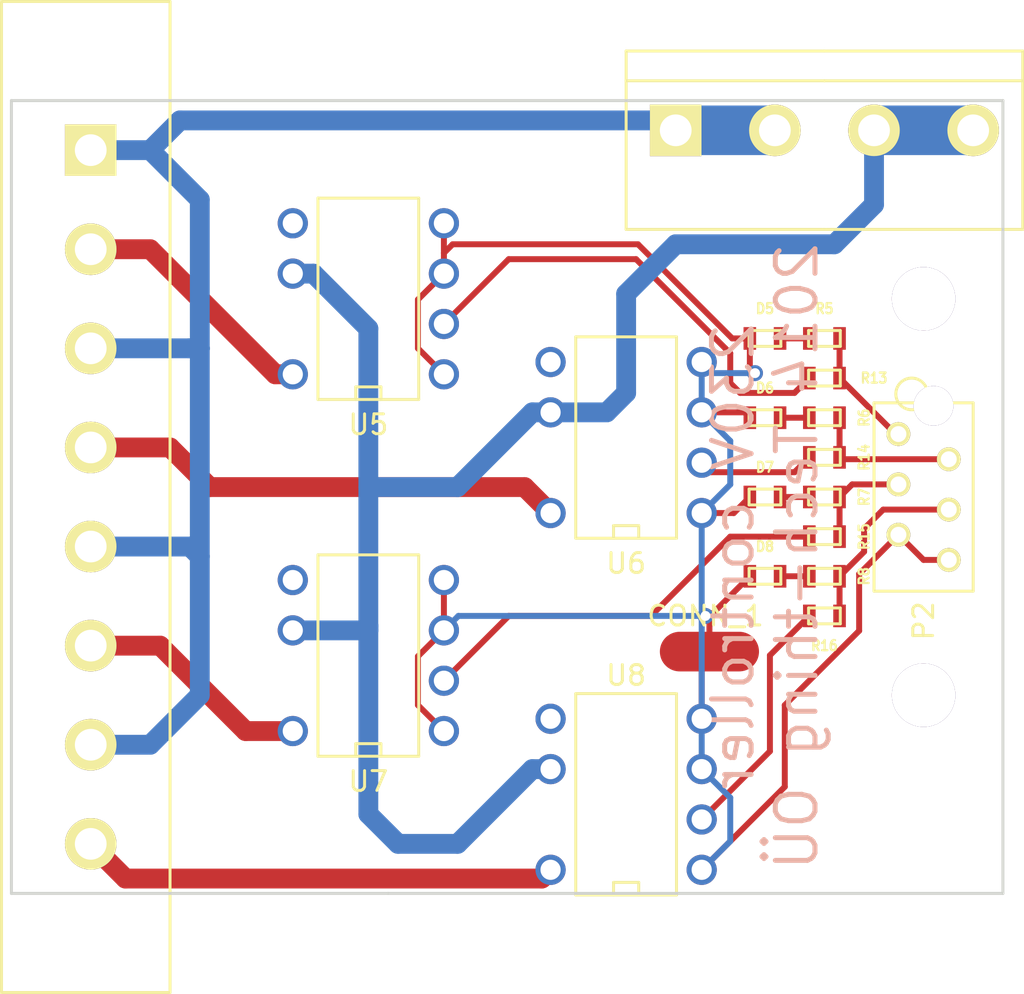
<source format=kicad_pcb>
(kicad_pcb (version 3) (host pcbnew "(2013-mar-13)-testing")

  (general
    (links 48)
    (no_connects 0)
    (area 92.124999 45.624999 146.934525 96.375001)
    (thickness 1.6)
    (drawings 6)
    (tracks 135)
    (zones 0)
    (modules 23)
    (nets 24)
  )

  (page A4)
  (layers
    (15 F.Cu signal)
    (0 B.Cu signal)
    (16 B.Adhes user)
    (17 F.Adhes user)
    (18 B.Paste user)
    (19 F.Paste user)
    (20 B.SilkS user)
    (21 F.SilkS user)
    (22 B.Mask user)
    (23 F.Mask user)
    (24 Dwgs.User user)
    (25 Cmts.User user)
    (26 Eco1.User user)
    (27 Eco2.User user)
    (28 Edge.Cuts user)
  )

  (setup
    (last_trace_width 0.3)
    (user_trace_width 1)
    (user_trace_width 2.5)
    (trace_clearance 0.3)
    (zone_clearance 0.508)
    (zone_45_only no)
    (trace_min 0.2)
    (segment_width 0.2)
    (edge_width 0.15)
    (via_size 0.8)
    (via_drill 0.5)
    (via_min_size 0.5)
    (via_min_drill 0.3)
    (uvia_size 0.508)
    (uvia_drill 0.127)
    (uvias_allowed no)
    (uvia_min_size 0.508)
    (uvia_min_drill 0.127)
    (pcb_text_width 0.3)
    (pcb_text_size 1 1)
    (mod_edge_width 0.15)
    (mod_text_size 1 1)
    (mod_text_width 0.15)
    (pad_size 2 2)
    (pad_drill 2)
    (pad_to_mask_clearance 0)
    (aux_axis_origin 93 91)
    (visible_elements 7FFFFF7F)
    (pcbplotparams
      (layerselection 284196865)
      (usegerberextensions true)
      (excludeedgelayer true)
      (linewidth 0.150000)
      (plotframeref false)
      (viasonmask false)
      (mode 1)
      (useauxorigin true)
      (hpglpennumber 1)
      (hpglpenspeed 20)
      (hpglpendiameter 15)
      (hpglpenoverlay 2)
      (psnegative false)
      (psa4output false)
      (plotreference true)
      (plotvalue true)
      (plotothertext true)
      (plotinvisibletext false)
      (padsonsilk false)
      (subtractmaskfromsilk false)
      (outputformat 1)
      (mirror false)
      (drillshape 0)
      (scaleselection 1)
      (outputdirectory lamp/))
  )

  (net 0 "")
  (net 1 GND)
  (net 2 N-000001)
  (net 3 N-0000010)
  (net 4 N-0000011)
  (net 5 N-0000012)
  (net 6 N-0000013)
  (net 7 N-0000014)
  (net 8 N-0000015)
  (net 9 N-0000016)
  (net 10 N-0000017)
  (net 11 N-0000019)
  (net 12 N-000002)
  (net 13 N-0000020)
  (net 14 N-0000021)
  (net 15 N-0000022)
  (net 16 N-0000023)
  (net 17 N-000003)
  (net 18 N-000004)
  (net 19 N-000005)
  (net 20 N-000006)
  (net 21 N-000007)
  (net 22 N-000008)
  (net 23 N-000009)

  (net_class Default "This is the default net class."
    (clearance 0.3)
    (trace_width 0.3)
    (via_dia 0.8)
    (via_drill 0.5)
    (uvia_dia 0.508)
    (uvia_drill 0.127)
    (add_net "")
    (add_net GND)
    (add_net N-000001)
    (add_net N-0000010)
    (add_net N-0000011)
    (add_net N-0000012)
    (add_net N-0000013)
    (add_net N-0000014)
    (add_net N-0000015)
    (add_net N-0000016)
    (add_net N-0000017)
    (add_net N-0000019)
    (add_net N-000002)
    (add_net N-0000020)
    (add_net N-0000021)
    (add_net N-0000022)
    (add_net N-0000023)
    (add_net N-000003)
    (add_net N-000004)
    (add_net N-000005)
    (add_net N-000006)
    (add_net N-000007)
    (add_net N-000008)
    (add_net N-000009)
  )

  (module 0603 (layer F.Cu) (tedit 534EF6CA) (tstamp 5346A1EC)
    (at 131 63 180)
    (path /53468665)
    (attr smd)
    (fp_text reference D5 (at 0 1.5 180) (layer F.SilkS)
      (effects (font (size 0.508 0.4572) (thickness 0.1143)))
    )
    (fp_text value LED (at 0 0 180) (layer F.SilkS) hide
      (effects (font (size 0.508 0.4572) (thickness 0.1143)))
    )
    (fp_line (start -0.8 -0.4) (end 0.8 -0.4) (layer F.SilkS) (width 0.15))
    (fp_line (start 0.8 -0.4) (end 0.8 0.4) (layer F.SilkS) (width 0.15))
    (fp_line (start 0.8 0.4) (end -0.8 0.4) (layer F.SilkS) (width 0.15))
    (fp_line (start -0.8 0.4) (end -0.8 -0.4) (layer F.SilkS) (width 0.15))
    (pad 1 smd rect (at -0.762 0 180) (size 0.635 1.143)
      (layers F.Cu F.Paste F.Mask)
      (net 15 N-0000022)
    )
    (pad 2 smd rect (at 0.762 0 180) (size 0.635 1.143)
      (layers F.Cu F.Paste F.Mask)
      (net 1 GND)
    )
    (model smd\resistors\R0603.wrl
      (at (xyz 0 0 0.001))
      (scale (xyz 0.5 0.5 0.5))
      (rotate (xyz 0 0 0))
    )
  )

  (module 0603 (layer F.Cu) (tedit 534EF6D0) (tstamp 5346A1F6)
    (at 131 67 180)
    (path /5346867E)
    (attr smd)
    (fp_text reference D6 (at 0 1.5 180) (layer F.SilkS)
      (effects (font (size 0.508 0.4572) (thickness 0.1143)))
    )
    (fp_text value LED (at 0 0 180) (layer F.SilkS) hide
      (effects (font (size 0.508 0.4572) (thickness 0.1143)))
    )
    (fp_line (start -0.8 -0.4) (end 0.8 -0.4) (layer F.SilkS) (width 0.15))
    (fp_line (start 0.8 -0.4) (end 0.8 0.4) (layer F.SilkS) (width 0.15))
    (fp_line (start 0.8 0.4) (end -0.8 0.4) (layer F.SilkS) (width 0.15))
    (fp_line (start -0.8 0.4) (end -0.8 -0.4) (layer F.SilkS) (width 0.15))
    (pad 1 smd rect (at -0.762 0 180) (size 0.635 1.143)
      (layers F.Cu F.Paste F.Mask)
      (net 16 N-0000023)
    )
    (pad 2 smd rect (at 0.762 0 180) (size 0.635 1.143)
      (layers F.Cu F.Paste F.Mask)
      (net 1 GND)
    )
    (model smd\resistors\R0603.wrl
      (at (xyz 0 0 0.001))
      (scale (xyz 0.5 0.5 0.5))
      (rotate (xyz 0 0 0))
    )
  )

  (module 0603 (layer F.Cu) (tedit 534EF6D4) (tstamp 5346A200)
    (at 131 71 180)
    (path /53468697)
    (attr smd)
    (fp_text reference D7 (at 0 1.5 180) (layer F.SilkS)
      (effects (font (size 0.508 0.4572) (thickness 0.1143)))
    )
    (fp_text value LED (at 0 0 180) (layer F.SilkS) hide
      (effects (font (size 0.508 0.4572) (thickness 0.1143)))
    )
    (fp_line (start -0.8 -0.4) (end 0.8 -0.4) (layer F.SilkS) (width 0.15))
    (fp_line (start 0.8 -0.4) (end 0.8 0.4) (layer F.SilkS) (width 0.15))
    (fp_line (start 0.8 0.4) (end -0.8 0.4) (layer F.SilkS) (width 0.15))
    (fp_line (start -0.8 0.4) (end -0.8 -0.4) (layer F.SilkS) (width 0.15))
    (pad 1 smd rect (at -0.762 0 180) (size 0.635 1.143)
      (layers F.Cu F.Paste F.Mask)
      (net 13 N-0000020)
    )
    (pad 2 smd rect (at 0.762 0 180) (size 0.635 1.143)
      (layers F.Cu F.Paste F.Mask)
      (net 1 GND)
    )
    (model smd\resistors\R0603.wrl
      (at (xyz 0 0 0.001))
      (scale (xyz 0.5 0.5 0.5))
      (rotate (xyz 0 0 0))
    )
  )

  (module 0603 (layer F.Cu) (tedit 534EF6DD) (tstamp 5346A20A)
    (at 131 75 180)
    (path /534686B0)
    (attr smd)
    (fp_text reference D8 (at 0 1.5 180) (layer F.SilkS)
      (effects (font (size 0.508 0.4572) (thickness 0.1143)))
    )
    (fp_text value LED (at 0 0 180) (layer F.SilkS) hide
      (effects (font (size 0.508 0.4572) (thickness 0.1143)))
    )
    (fp_line (start -0.8 -0.4) (end 0.8 -0.4) (layer F.SilkS) (width 0.15))
    (fp_line (start 0.8 -0.4) (end 0.8 0.4) (layer F.SilkS) (width 0.15))
    (fp_line (start 0.8 0.4) (end -0.8 0.4) (layer F.SilkS) (width 0.15))
    (fp_line (start -0.8 0.4) (end -0.8 -0.4) (layer F.SilkS) (width 0.15))
    (pad 1 smd rect (at -0.762 0 180) (size 0.635 1.143)
      (layers F.Cu F.Paste F.Mask)
      (net 14 N-0000021)
    )
    (pad 2 smd rect (at 0.762 0 180) (size 0.635 1.143)
      (layers F.Cu F.Paste F.Mask)
      (net 1 GND)
    )
    (model smd\resistors\R0603.wrl
      (at (xyz 0 0 0.001))
      (scale (xyz 0.5 0.5 0.5))
      (rotate (xyz 0 0 0))
    )
  )

  (module conn_1_2x5mm (layer F.Cu) (tedit 534EF71E) (tstamp 5346A20F)
    (at 128.2 78.8)
    (path /534680E3)
    (fp_text reference P1 (at 0 1.8) (layer F.SilkS) hide
      (effects (font (size 1 1) (thickness 0.15)))
    )
    (fp_text value CONN_1 (at -0.2 -1.8) (layer F.SilkS)
      (effects (font (size 1 1) (thickness 0.15)))
    )
    (pad 1 smd oval (at 0 0) (size 5 2)
      (layers F.Cu F.Mask)
      (net 1 GND)
    )
  )

  (module conn_8_5mm (layer F.Cu) (tedit 51BF82CD) (tstamp 5346A257)
    (at 97 71 270)
    (path /534680C5)
    (fp_text reference P5 (at 0 3.5 270) (layer F.SilkS) hide
      (effects (font (size 1 1) (thickness 0.15)))
    )
    (fp_text value CONN_8 (at 0 -3 270) (layer F.SilkS) hide
      (effects (font (size 1 1) (thickness 0.15)))
    )
    (fp_line (start -25 -4) (end 25 -4) (layer F.SilkS) (width 0.15))
    (fp_line (start 25 -4) (end 25 4.5) (layer F.SilkS) (width 0.15))
    (fp_line (start 25 4.5) (end -25 4.5) (layer F.SilkS) (width 0.15))
    (fp_line (start -25 4.5) (end -25 -4) (layer F.SilkS) (width 0.15))
    (pad 1 thru_hole rect (at -17.5 0 270) (size 2.6 2.6) (drill 1.6)
      (layers *.Cu *.Mask F.SilkS)
      (net 10 N-0000017)
    )
    (pad 2 thru_hole circle (at -12.5 0 270) (size 2.6 2.6) (drill 1.6)
      (layers *.Cu *.Mask F.SilkS)
      (net 9 N-0000016)
    )
    (pad 3 thru_hole circle (at -7.5 0 270) (size 2.6 2.6) (drill 1.6)
      (layers *.Cu *.Mask F.SilkS)
      (net 10 N-0000017)
    )
    (pad 4 thru_hole circle (at -2.5 0 270) (size 2.6 2.6) (drill 1.6)
      (layers *.Cu *.Mask F.SilkS)
      (net 2 N-000001)
    )
    (pad 5 thru_hole circle (at 2.5 0 270) (size 2.6 2.6) (drill 1.6)
      (layers *.Cu *.Mask F.SilkS)
      (net 10 N-0000017)
    )
    (pad 6 thru_hole circle (at 7.5 0 270) (size 2.6 2.6) (drill 1.6)
      (layers *.Cu *.Mask F.SilkS)
      (net 12 N-000002)
    )
    (pad 7 thru_hole circle (at 12.5 0 270) (size 2.6 2.6) (drill 1.6)
      (layers *.Cu *.Mask F.SilkS)
      (net 10 N-0000017)
    )
    (pad 8 thru_hole circle (at 17.5 0 270) (size 2.6 2.6) (drill 1.6)
      (layers *.Cu *.Mask F.SilkS)
      (net 17 N-000003)
    )
  )

  (module 0603 (layer F.Cu) (tedit 534EF707) (tstamp 5346A289)
    (at 134 63)
    (path /5346865F)
    (attr smd)
    (fp_text reference R5 (at 0 -1.5) (layer F.SilkS)
      (effects (font (size 0.508 0.4572) (thickness 0.1143)))
    )
    (fp_text value 10k (at 0 0) (layer F.SilkS) hide
      (effects (font (size 0.508 0.4572) (thickness 0.1143)))
    )
    (fp_line (start -0.8 -0.4) (end 0.8 -0.4) (layer F.SilkS) (width 0.15))
    (fp_line (start 0.8 -0.4) (end 0.8 0.4) (layer F.SilkS) (width 0.15))
    (fp_line (start 0.8 0.4) (end -0.8 0.4) (layer F.SilkS) (width 0.15))
    (fp_line (start -0.8 0.4) (end -0.8 -0.4) (layer F.SilkS) (width 0.15))
    (pad 1 smd rect (at -0.762 0) (size 0.635 1.143)
      (layers F.Cu F.Paste F.Mask)
      (net 15 N-0000022)
    )
    (pad 2 smd rect (at 0.762 0) (size 0.635 1.143)
      (layers F.Cu F.Paste F.Mask)
      (net 5 N-0000012)
    )
    (model smd\resistors\R0603.wrl
      (at (xyz 0 0 0.001))
      (scale (xyz 0.5 0.5 0.5))
      (rotate (xyz 0 0 0))
    )
  )

  (module 0603 (layer F.Cu) (tedit 534EF6FC) (tstamp 5346A293)
    (at 134 67)
    (path /53468678)
    (attr smd)
    (fp_text reference R6 (at 2 0 90) (layer F.SilkS)
      (effects (font (size 0.508 0.4572) (thickness 0.1143)))
    )
    (fp_text value 10k (at 0 0) (layer F.SilkS) hide
      (effects (font (size 0.508 0.4572) (thickness 0.1143)))
    )
    (fp_line (start -0.8 -0.4) (end 0.8 -0.4) (layer F.SilkS) (width 0.15))
    (fp_line (start 0.8 -0.4) (end 0.8 0.4) (layer F.SilkS) (width 0.15))
    (fp_line (start 0.8 0.4) (end -0.8 0.4) (layer F.SilkS) (width 0.15))
    (fp_line (start -0.8 0.4) (end -0.8 -0.4) (layer F.SilkS) (width 0.15))
    (pad 1 smd rect (at -0.762 0) (size 0.635 1.143)
      (layers F.Cu F.Paste F.Mask)
      (net 16 N-0000023)
    )
    (pad 2 smd rect (at 0.762 0) (size 0.635 1.143)
      (layers F.Cu F.Paste F.Mask)
      (net 19 N-000005)
    )
    (model smd\resistors\R0603.wrl
      (at (xyz 0 0 0.001))
      (scale (xyz 0.5 0.5 0.5))
      (rotate (xyz 0 0 0))
    )
  )

  (module 0603 (layer F.Cu) (tedit 534EF6F3) (tstamp 5346A29D)
    (at 134 71)
    (path /53468691)
    (attr smd)
    (fp_text reference R7 (at 2 0 90) (layer F.SilkS)
      (effects (font (size 0.508 0.4572) (thickness 0.1143)))
    )
    (fp_text value 10k (at 0 0) (layer F.SilkS) hide
      (effects (font (size 0.508 0.4572) (thickness 0.1143)))
    )
    (fp_line (start -0.8 -0.4) (end 0.8 -0.4) (layer F.SilkS) (width 0.15))
    (fp_line (start 0.8 -0.4) (end 0.8 0.4) (layer F.SilkS) (width 0.15))
    (fp_line (start 0.8 0.4) (end -0.8 0.4) (layer F.SilkS) (width 0.15))
    (fp_line (start -0.8 0.4) (end -0.8 -0.4) (layer F.SilkS) (width 0.15))
    (pad 1 smd rect (at -0.762 0) (size 0.635 1.143)
      (layers F.Cu F.Paste F.Mask)
      (net 13 N-0000020)
    )
    (pad 2 smd rect (at 0.762 0) (size 0.635 1.143)
      (layers F.Cu F.Paste F.Mask)
      (net 20 N-000006)
    )
    (model smd\resistors\R0603.wrl
      (at (xyz 0 0 0.001))
      (scale (xyz 0.5 0.5 0.5))
      (rotate (xyz 0 0 0))
    )
  )

  (module 0603 (layer F.Cu) (tedit 534EF715) (tstamp 5346A2A7)
    (at 134 75)
    (path /534686AA)
    (attr smd)
    (fp_text reference R8 (at 2 0 270) (layer F.SilkS)
      (effects (font (size 0.508 0.4572) (thickness 0.1143)))
    )
    (fp_text value 10k (at 0 0) (layer F.SilkS) hide
      (effects (font (size 0.508 0.4572) (thickness 0.1143)))
    )
    (fp_line (start -0.8 -0.4) (end 0.8 -0.4) (layer F.SilkS) (width 0.15))
    (fp_line (start 0.8 -0.4) (end 0.8 0.4) (layer F.SilkS) (width 0.15))
    (fp_line (start 0.8 0.4) (end -0.8 0.4) (layer F.SilkS) (width 0.15))
    (fp_line (start -0.8 0.4) (end -0.8 -0.4) (layer F.SilkS) (width 0.15))
    (pad 1 smd rect (at -0.762 0) (size 0.635 1.143)
      (layers F.Cu F.Paste F.Mask)
      (net 14 N-0000021)
    )
    (pad 2 smd rect (at 0.762 0) (size 0.635 1.143)
      (layers F.Cu F.Paste F.Mask)
      (net 21 N-000007)
    )
    (model smd\resistors\R0603.wrl
      (at (xyz 0 0 0.001))
      (scale (xyz 0.5 0.5 0.5))
      (rotate (xyz 0 0 0))
    )
  )

  (module 0603 (layer F.Cu) (tedit 534EF704) (tstamp 5346A2D9)
    (at 134 65 180)
    (path /53468658)
    (attr smd)
    (fp_text reference R13 (at -2.5 0 180) (layer F.SilkS)
      (effects (font (size 0.508 0.4572) (thickness 0.1143)))
    )
    (fp_text value R (at 0 0 180) (layer F.SilkS) hide
      (effects (font (size 0.508 0.4572) (thickness 0.1143)))
    )
    (fp_line (start -0.8 -0.4) (end 0.8 -0.4) (layer F.SilkS) (width 0.15))
    (fp_line (start 0.8 -0.4) (end 0.8 0.4) (layer F.SilkS) (width 0.15))
    (fp_line (start 0.8 0.4) (end -0.8 0.4) (layer F.SilkS) (width 0.15))
    (fp_line (start -0.8 0.4) (end -0.8 -0.4) (layer F.SilkS) (width 0.15))
    (pad 1 smd rect (at -0.762 0 180) (size 0.635 1.143)
      (layers F.Cu F.Paste F.Mask)
      (net 5 N-0000012)
    )
    (pad 2 smd rect (at 0.762 0 180) (size 0.635 1.143)
      (layers F.Cu F.Paste F.Mask)
      (net 22 N-000008)
    )
    (model smd\resistors\R0603.wrl
      (at (xyz 0 0 0.001))
      (scale (xyz 0.5 0.5 0.5))
      (rotate (xyz 0 0 0))
    )
  )

  (module 0603 (layer F.Cu) (tedit 534EF6F7) (tstamp 5346A2E3)
    (at 134 69 180)
    (path /53468671)
    (attr smd)
    (fp_text reference R14 (at -2 0 270) (layer F.SilkS)
      (effects (font (size 0.508 0.4572) (thickness 0.1143)))
    )
    (fp_text value R (at 0 0 180) (layer F.SilkS) hide
      (effects (font (size 0.508 0.4572) (thickness 0.1143)))
    )
    (fp_line (start -0.8 -0.4) (end 0.8 -0.4) (layer F.SilkS) (width 0.15))
    (fp_line (start 0.8 -0.4) (end 0.8 0.4) (layer F.SilkS) (width 0.15))
    (fp_line (start 0.8 0.4) (end -0.8 0.4) (layer F.SilkS) (width 0.15))
    (fp_line (start -0.8 0.4) (end -0.8 -0.4) (layer F.SilkS) (width 0.15))
    (pad 1 smd rect (at -0.762 0 180) (size 0.635 1.143)
      (layers F.Cu F.Paste F.Mask)
      (net 19 N-000005)
    )
    (pad 2 smd rect (at 0.762 0 180) (size 0.635 1.143)
      (layers F.Cu F.Paste F.Mask)
      (net 23 N-000009)
    )
    (model smd\resistors\R0603.wrl
      (at (xyz 0 0 0.001))
      (scale (xyz 0.5 0.5 0.5))
      (rotate (xyz 0 0 0))
    )
  )

  (module 0603 (layer F.Cu) (tedit 534EF6F0) (tstamp 5346A2ED)
    (at 134 73 180)
    (path /5346868A)
    (attr smd)
    (fp_text reference R15 (at -2 0 270) (layer F.SilkS)
      (effects (font (size 0.508 0.4572) (thickness 0.1143)))
    )
    (fp_text value R (at 0 0 180) (layer F.SilkS) hide
      (effects (font (size 0.508 0.4572) (thickness 0.1143)))
    )
    (fp_line (start -0.8 -0.4) (end 0.8 -0.4) (layer F.SilkS) (width 0.15))
    (fp_line (start 0.8 -0.4) (end 0.8 0.4) (layer F.SilkS) (width 0.15))
    (fp_line (start 0.8 0.4) (end -0.8 0.4) (layer F.SilkS) (width 0.15))
    (fp_line (start -0.8 0.4) (end -0.8 -0.4) (layer F.SilkS) (width 0.15))
    (pad 1 smd rect (at -0.762 0 180) (size 0.635 1.143)
      (layers F.Cu F.Paste F.Mask)
      (net 20 N-000006)
    )
    (pad 2 smd rect (at 0.762 0 180) (size 0.635 1.143)
      (layers F.Cu F.Paste F.Mask)
      (net 3 N-0000010)
    )
    (model smd\resistors\R0603.wrl
      (at (xyz 0 0 0.001))
      (scale (xyz 0.5 0.5 0.5))
      (rotate (xyz 0 0 0))
    )
  )

  (module 0603 (layer F.Cu) (tedit 534EF710) (tstamp 5346A2F7)
    (at 134 77 180)
    (path /534686A3)
    (attr smd)
    (fp_text reference R16 (at 0 -1.5 180) (layer F.SilkS)
      (effects (font (size 0.508 0.4572) (thickness 0.1143)))
    )
    (fp_text value R (at 0 0 180) (layer F.SilkS) hide
      (effects (font (size 0.508 0.4572) (thickness 0.1143)))
    )
    (fp_line (start -0.8 -0.4) (end 0.8 -0.4) (layer F.SilkS) (width 0.15))
    (fp_line (start 0.8 -0.4) (end 0.8 0.4) (layer F.SilkS) (width 0.15))
    (fp_line (start 0.8 0.4) (end -0.8 0.4) (layer F.SilkS) (width 0.15))
    (fp_line (start -0.8 0.4) (end -0.8 -0.4) (layer F.SilkS) (width 0.15))
    (pad 1 smd rect (at -0.762 0 180) (size 0.635 1.143)
      (layers F.Cu F.Paste F.Mask)
      (net 21 N-000007)
    )
    (pad 2 smd rect (at 0.762 0 180) (size 0.635 1.143)
      (layers F.Cu F.Paste F.Mask)
      (net 4 N-0000011)
    )
    (model smd\resistors\R0603.wrl
      (at (xyz 0 0 0.001))
      (scale (xyz 0.5 0.5 0.5))
      (rotate (xyz 0 0 0))
    )
  )

  (module DIP8-7 (layer F.Cu) (tedit 5346886D) (tstamp 5346A351)
    (at 111 61 180)
    (path /5346845B)
    (fp_text reference U5 (at 0 -6.35 180) (layer F.SilkS)
      (effects (font (size 1 1) (thickness 0.15)))
    )
    (fp_text value PR39MF21 (at 0 5.08 180) (layer F.SilkS) hide
      (effects (font (size 1 1) (thickness 0.15)))
    )
    (fp_line (start -0.635 -5.08) (end -0.635 -4.445) (layer F.SilkS) (width 0.15))
    (fp_line (start -0.635 -4.445) (end 0.635 -4.445) (layer F.SilkS) (width 0.15))
    (fp_line (start 0.635 -4.445) (end 0.635 -5.08) (layer F.SilkS) (width 0.15))
    (fp_line (start -2.54 -5.08) (end 2.54 -5.08) (layer F.SilkS) (width 0.15))
    (fp_line (start 2.54 -5.08) (end 2.54 5.08) (layer F.SilkS) (width 0.15))
    (fp_line (start 2.54 5.08) (end -2.54 5.08) (layer F.SilkS) (width 0.15))
    (fp_line (start -2.54 5.08) (end -2.54 -5.08) (layer F.SilkS) (width 0.15))
    (pad 1 thru_hole circle (at -3.81 -3.81 180) (size 1.524 1.524) (drill 1.016)
      (layers *.Cu *.Mask)
      (net 1 GND)
    )
    (pad 2 thru_hole circle (at -3.81 -1.27 180) (size 1.524 1.524) (drill 1.016)
      (layers *.Cu *.Mask)
      (net 22 N-000008)
    )
    (pad 3 thru_hole circle (at -3.81 1.27 180) (size 1.524 1.524) (drill 1.016)
      (layers *.Cu *.Mask)
      (net 1 GND)
    )
    (pad 4 thru_hole circle (at -3.81 3.81 180) (size 1.524 1.524) (drill 1.016)
      (layers *.Cu *.Mask)
      (net 1 GND)
    )
    (pad 5 thru_hole circle (at 3.81 3.81 180) (size 1.524 1.524) (drill 1.016)
      (layers *.Cu *.Mask)
      (net 11 N-0000019)
    )
    (pad 6 thru_hole circle (at 3.81 1.27 180) (size 1.524 1.524) (drill 1.016)
      (layers *.Cu *.Mask)
      (net 18 N-000004)
    )
    (pad 8 thru_hole circle (at 3.81 -3.81 180) (size 1.524 1.524) (drill 1.016)
      (layers *.Cu *.Mask)
      (net 9 N-0000016)
    )
  )

  (module DIP8-7 (layer F.Cu) (tedit 5346886D) (tstamp 5346A363)
    (at 124 68 180)
    (path /5346846A)
    (fp_text reference U6 (at 0 -6.35 180) (layer F.SilkS)
      (effects (font (size 1 1) (thickness 0.15)))
    )
    (fp_text value PR39MF21 (at 0 5.08 180) (layer F.SilkS) hide
      (effects (font (size 1 1) (thickness 0.15)))
    )
    (fp_line (start -0.635 -5.08) (end -0.635 -4.445) (layer F.SilkS) (width 0.15))
    (fp_line (start -0.635 -4.445) (end 0.635 -4.445) (layer F.SilkS) (width 0.15))
    (fp_line (start 0.635 -4.445) (end 0.635 -5.08) (layer F.SilkS) (width 0.15))
    (fp_line (start -2.54 -5.08) (end 2.54 -5.08) (layer F.SilkS) (width 0.15))
    (fp_line (start 2.54 -5.08) (end 2.54 5.08) (layer F.SilkS) (width 0.15))
    (fp_line (start 2.54 5.08) (end -2.54 5.08) (layer F.SilkS) (width 0.15))
    (fp_line (start -2.54 5.08) (end -2.54 -5.08) (layer F.SilkS) (width 0.15))
    (pad 1 thru_hole circle (at -3.81 -3.81 180) (size 1.524 1.524) (drill 1.016)
      (layers *.Cu *.Mask)
      (net 1 GND)
    )
    (pad 2 thru_hole circle (at -3.81 -1.27 180) (size 1.524 1.524) (drill 1.016)
      (layers *.Cu *.Mask)
      (net 23 N-000009)
    )
    (pad 3 thru_hole circle (at -3.81 1.27 180) (size 1.524 1.524) (drill 1.016)
      (layers *.Cu *.Mask)
      (net 1 GND)
    )
    (pad 4 thru_hole circle (at -3.81 3.81 180) (size 1.524 1.524) (drill 1.016)
      (layers *.Cu *.Mask)
      (net 1 GND)
    )
    (pad 5 thru_hole circle (at 3.81 3.81 180) (size 1.524 1.524) (drill 1.016)
      (layers *.Cu *.Mask)
      (net 6 N-0000013)
    )
    (pad 6 thru_hole circle (at 3.81 1.27 180) (size 1.524 1.524) (drill 1.016)
      (layers *.Cu *.Mask)
      (net 18 N-000004)
    )
    (pad 8 thru_hole circle (at 3.81 -3.81 180) (size 1.524 1.524) (drill 1.016)
      (layers *.Cu *.Mask)
      (net 2 N-000001)
    )
  )

  (module DIP8-7 (layer F.Cu) (tedit 5346886D) (tstamp 5346A375)
    (at 111 79 180)
    (path /53468479)
    (fp_text reference U7 (at 0 -6.35 180) (layer F.SilkS)
      (effects (font (size 1 1) (thickness 0.15)))
    )
    (fp_text value PR39MF21 (at 0 5.08 180) (layer F.SilkS) hide
      (effects (font (size 1 1) (thickness 0.15)))
    )
    (fp_line (start -0.635 -5.08) (end -0.635 -4.445) (layer F.SilkS) (width 0.15))
    (fp_line (start -0.635 -4.445) (end 0.635 -4.445) (layer F.SilkS) (width 0.15))
    (fp_line (start 0.635 -4.445) (end 0.635 -5.08) (layer F.SilkS) (width 0.15))
    (fp_line (start -2.54 -5.08) (end 2.54 -5.08) (layer F.SilkS) (width 0.15))
    (fp_line (start 2.54 -5.08) (end 2.54 5.08) (layer F.SilkS) (width 0.15))
    (fp_line (start 2.54 5.08) (end -2.54 5.08) (layer F.SilkS) (width 0.15))
    (fp_line (start -2.54 5.08) (end -2.54 -5.08) (layer F.SilkS) (width 0.15))
    (pad 1 thru_hole circle (at -3.81 -3.81 180) (size 1.524 1.524) (drill 1.016)
      (layers *.Cu *.Mask)
      (net 1 GND)
    )
    (pad 2 thru_hole circle (at -3.81 -1.27 180) (size 1.524 1.524) (drill 1.016)
      (layers *.Cu *.Mask)
      (net 3 N-0000010)
    )
    (pad 3 thru_hole circle (at -3.81 1.27 180) (size 1.524 1.524) (drill 1.016)
      (layers *.Cu *.Mask)
      (net 1 GND)
    )
    (pad 4 thru_hole circle (at -3.81 3.81 180) (size 1.524 1.524) (drill 1.016)
      (layers *.Cu *.Mask)
      (net 1 GND)
    )
    (pad 5 thru_hole circle (at 3.81 3.81 180) (size 1.524 1.524) (drill 1.016)
      (layers *.Cu *.Mask)
      (net 7 N-0000014)
    )
    (pad 6 thru_hole circle (at 3.81 1.27 180) (size 1.524 1.524) (drill 1.016)
      (layers *.Cu *.Mask)
      (net 18 N-000004)
    )
    (pad 8 thru_hole circle (at 3.81 -3.81 180) (size 1.524 1.524) (drill 1.016)
      (layers *.Cu *.Mask)
      (net 12 N-000002)
    )
  )

  (module DIP8-7 (layer F.Cu) (tedit 534E9800) (tstamp 5346A387)
    (at 124 86 180)
    (path /53468488)
    (fp_text reference U8 (at 0 6 180) (layer F.SilkS)
      (effects (font (size 1 1) (thickness 0.15)))
    )
    (fp_text value PR39MF21 (at 0 5.08 180) (layer F.SilkS) hide
      (effects (font (size 1 1) (thickness 0.15)))
    )
    (fp_line (start -0.635 -5.08) (end -0.635 -4.445) (layer F.SilkS) (width 0.15))
    (fp_line (start -0.635 -4.445) (end 0.635 -4.445) (layer F.SilkS) (width 0.15))
    (fp_line (start 0.635 -4.445) (end 0.635 -5.08) (layer F.SilkS) (width 0.15))
    (fp_line (start -2.54 -5.08) (end 2.54 -5.08) (layer F.SilkS) (width 0.15))
    (fp_line (start 2.54 -5.08) (end 2.54 5.08) (layer F.SilkS) (width 0.15))
    (fp_line (start 2.54 5.08) (end -2.54 5.08) (layer F.SilkS) (width 0.15))
    (fp_line (start -2.54 5.08) (end -2.54 -5.08) (layer F.SilkS) (width 0.15))
    (pad 1 thru_hole circle (at -3.81 -3.81 180) (size 1.524 1.524) (drill 1.016)
      (layers *.Cu *.Mask)
      (net 1 GND)
    )
    (pad 2 thru_hole circle (at -3.81 -1.27 180) (size 1.524 1.524) (drill 1.016)
      (layers *.Cu *.Mask)
      (net 4 N-0000011)
    )
    (pad 3 thru_hole circle (at -3.81 1.27 180) (size 1.524 1.524) (drill 1.016)
      (layers *.Cu *.Mask)
      (net 1 GND)
    )
    (pad 4 thru_hole circle (at -3.81 3.81 180) (size 1.524 1.524) (drill 1.016)
      (layers *.Cu *.Mask)
      (net 1 GND)
    )
    (pad 5 thru_hole circle (at 3.81 3.81 180) (size 1.524 1.524) (drill 1.016)
      (layers *.Cu *.Mask)
      (net 8 N-0000015)
    )
    (pad 6 thru_hole circle (at 3.81 1.27 180) (size 1.524 1.524) (drill 1.016)
      (layers *.Cu *.Mask)
      (net 18 N-000004)
    )
    (pad 8 thru_hole circle (at 3.81 -3.81 180) (size 1.524 1.524) (drill 1.016)
      (layers *.Cu *.Mask)
      (net 17 N-000003)
    )
  )

  (module conn_6_micromatch (layer F.Cu) (tedit 534E9A9F) (tstamp 5346B052)
    (at 139 71 90)
    (path /53469200)
    (fp_text reference P2 (at -6.25 0 90) (layer F.SilkS)
      (effects (font (size 1 1) (thickness 0.15)))
    )
    (fp_text value CONN_3X2 (at 0 3.4 90) (layer F.SilkS) hide
      (effects (font (size 1 1) (thickness 0.15)))
    )
    (fp_circle (center 5.2 -0.6) (end 6 -0.6) (layer F.SilkS) (width 0.15))
    (fp_line (start -4.75 -2.5) (end 4.75 -2.5) (layer F.SilkS) (width 0.15))
    (fp_line (start 4.75 -2.5) (end 4.75 2.5) (layer F.SilkS) (width 0.15))
    (fp_line (start 4.75 2.5) (end -4.75 2.5) (layer F.SilkS) (width 0.15))
    (fp_line (start -4.75 2.5) (end -4.75 -2.5) (layer F.SilkS) (width 0.15))
    (pad 5 thru_hole circle (at -1.905 -1.27 90) (size 1.2 1.2) (drill 0.8)
      (layers *.Cu *.Mask F.SilkS)
      (net 1 GND)
    )
    (pad 3 thru_hole circle (at 0.635 -1.27 90) (size 1.2 1.2) (drill 0.8)
      (layers *.Cu *.Mask F.SilkS)
      (net 20 N-000006)
    )
    (pad 1 thru_hole circle (at 3.175 -1.27 90) (size 1.2 1.2) (drill 0.8)
      (layers *.Cu *.Mask F.SilkS)
      (net 5 N-0000012)
    )
    (pad 2 thru_hole circle (at 1.905 1.27 90) (size 1.2 1.2) (drill 0.8)
      (layers *.Cu *.Mask F.SilkS)
      (net 19 N-000005)
    )
    (pad 4 thru_hole circle (at -0.635 1.27 90) (size 1.2 1.2) (drill 0.8)
      (layers *.Cu *.Mask F.SilkS)
      (net 21 N-000007)
    )
    (pad 6 thru_hole circle (at -3.175 1.27 90) (size 1.2 1.2) (drill 0.8)
      (layers *.Cu *.Mask F.SilkS)
      (net 1 GND)
    )
  )

  (module drill_3.2mm (layer F.Cu) (tedit 50ECACE6) (tstamp 5346C310)
    (at 139 61)
    (fp_text reference drill_3.2mm (at 0 -2.54) (layer F.SilkS) hide
      (effects (font (size 1 1) (thickness 0.15)))
    )
    (fp_text value VAL** (at 0 2.54) (layer F.SilkS) hide
      (effects (font (size 1 1) (thickness 0.15)))
    )
    (pad "" thru_hole circle (at 0 0) (size 3.2 3.2) (drill 3.2)
      (layers *.Cu)
    )
  )

  (module drill_3.2mm (layer F.Cu) (tedit 50ECACE6) (tstamp 5346C31A)
    (at 139 81)
    (fp_text reference drill_3.2mm (at 0 -2.54) (layer F.SilkS) hide
      (effects (font (size 1 1) (thickness 0.15)))
    )
    (fp_text value VAL** (at 0 2.54) (layer F.SilkS) hide
      (effects (font (size 1 1) (thickness 0.15)))
    )
    (pad "" thru_hole circle (at 0 0) (size 3.2 3.2) (drill 3.2)
      (layers *.Cu)
    )
  )

  (module conn_4_5mm (layer F.Cu) (tedit 5347A03F) (tstamp 5347B104)
    (at 134 52.5)
    (path /53479FEB)
    (fp_text reference P3 (at 0 3.5) (layer F.SilkS) hide
      (effects (font (size 1 1) (thickness 0.15)))
    )
    (fp_text value CONN_4 (at 0 -3) (layer F.SilkS) hide
      (effects (font (size 1 1) (thickness 0.15)))
    )
    (fp_line (start 0 -4) (end 10 -4) (layer F.SilkS) (width 0.15))
    (fp_line (start 0 5) (end 10 5) (layer F.SilkS) (width 0.15))
    (fp_line (start 0 -2.5) (end 10 -2.5) (layer F.SilkS) (width 0.15))
    (fp_line (start -10 -2.5) (end 0 -2.5) (layer F.SilkS) (width 0.15))
    (fp_line (start -10 -4) (end 0 -4) (layer F.SilkS) (width 0.15))
    (fp_line (start 10 -4) (end 10 5) (layer F.SilkS) (width 0.15))
    (fp_line (start 0 5) (end -10 5) (layer F.SilkS) (width 0.15))
    (fp_line (start -10 5) (end -10 -4) (layer F.SilkS) (width 0.15))
    (pad 1 thru_hole rect (at -7.5 0) (size 2.6 2.6) (drill 1.6)
      (layers *.Cu *.Mask F.SilkS)
      (net 10 N-0000017)
    )
    (pad 2 thru_hole circle (at -2.5 0) (size 2.6 2.6) (drill 1.6)
      (layers *.Cu *.Mask F.SilkS)
      (net 10 N-0000017)
    )
    (pad 3 thru_hole circle (at 2.5 0) (size 2.6 2.6) (drill 1.6)
      (layers *.Cu *.Mask F.SilkS)
      (net 18 N-000004)
    )
    (pad 4 thru_hole circle (at 7.5 0) (size 2.6 2.6) (drill 1.6)
      (layers *.Cu *.Mask F.SilkS)
      (net 18 N-000004)
    )
  )

  (module drill_2mm (layer F.Cu) (tedit 534EF537) (tstamp 534F0475)
    (at 139.5 66.4)
    (fp_text reference drill_2mm (at 0 -2.54) (layer F.SilkS) hide
      (effects (font (size 1 1) (thickness 0.15)))
    )
    (fp_text value VAL** (at 0 2.54) (layer F.SilkS) hide
      (effects (font (size 1 1) (thickness 0.15)))
    )
    (pad "" thru_hole circle (at 0 0) (size 2 2) (drill 2)
      (layers *.Cu)
    )
  )

  (gr_line (start 93 51) (end 93 91) (angle 90) (layer Edge.Cuts) (width 0.15))
  (gr_line (start 143 51) (end 143 91) (angle 90) (layer Edge.Cuts) (width 0.15))
  (gr_line (start 93 51) (end 143 51) (angle 90) (layer Edge.Cuts) (width 0.15))
  (gr_line (start 112 91) (end 143 91) (angle 90) (layer Edge.Cuts) (width 0.15))
  (gr_text "230V controller\n2014 Tech-thing OÜ" (at 131 74 90) (layer B.SilkS)
    (effects (font (size 2 2) (thickness 0.25)) (justify mirror))
  )
  (gr_line (start 93 91) (end 112 91) (angle 90) (layer Edge.Cuts) (width 0.15))

  (segment (start 137.73 72.905) (end 135.75 74.885) (width 0.3) (layer F.Cu) (net 1))
  (segment (start 132 85.62) (end 127.81 89.81) (width 0.3) (layer F.Cu) (net 1) (tstamp 534E9A6F))
  (segment (start 132 81.5) (end 132 85.62) (width 0.3) (layer F.Cu) (net 1) (tstamp 534E9A6B))
  (segment (start 135.75 77.75) (end 132 81.5) (width 0.3) (layer F.Cu) (net 1) (tstamp 534E9A6A))
  (segment (start 135.75 74.885) (end 135.75 77.75) (width 0.3) (layer F.Cu) (net 1) (tstamp 534E9A66))
  (segment (start 127.81 77) (end 128 77) (width 0.3) (layer B.Cu) (net 1))
  (segment (start 115.54 77) (end 127.81 77) (width 0.3) (layer B.Cu) (net 1) (tstamp 534E996F))
  (segment (start 127.81 77) (end 128 77) (width 0.3) (layer B.Cu) (net 1) (tstamp 534E9973))
  (segment (start 114.81 77.73) (end 115.54 77) (width 0.3) (layer B.Cu) (net 1))
  (via (at 128 77) (size 0.8) (layers F.Cu B.Cu) (net 1))
  (segment (start 130.238 75) (end 128.2 77.038) (width 0.3) (layer F.Cu) (net 1))
  (segment (start 128.2 77.038) (end 128.2 78.8) (width 0.3) (layer F.Cu) (net 1) (tstamp 534E9A1C))
  (segment (start 130.238 71) (end 129.428 71.81) (width 0.3) (layer F.Cu) (net 1))
  (segment (start 129.428 71.81) (end 127.81 71.81) (width 0.3) (layer F.Cu) (net 1) (tstamp 534E9A19))
  (segment (start 130.238 67) (end 129.968 66.73) (width 0.3) (layer F.Cu) (net 1))
  (segment (start 129.968 66.73) (end 127.81 66.73) (width 0.3) (layer F.Cu) (net 1) (tstamp 534E9A11))
  (segment (start 130.238 63) (end 130.238 64.488) (width 0.3) (layer F.Cu) (net 1))
  (segment (start 128.37 64.75) (end 127.81 64.19) (width 0.3) (layer B.Cu) (net 1) (tstamp 534E9A06))
  (segment (start 130.5 64.75) (end 128.37 64.75) (width 0.3) (layer B.Cu) (net 1) (tstamp 534E9A05))
  (via (at 130.5 64.75) (size 0.8) (layers F.Cu B.Cu) (net 1))
  (segment (start 130.238 64.488) (end 130.5 64.75) (width 0.3) (layer F.Cu) (net 1) (tstamp 534E9A00))
  (segment (start 130.238 63) (end 129.34853 63) (width 0.3) (layer F.Cu) (net 1))
  (segment (start 115.25 58.25) (end 114.81 58.69) (width 0.3) (layer F.Cu) (net 1) (tstamp 534E99D4))
  (segment (start 124.59853 58.25) (end 115.25 58.25) (width 0.3) (layer F.Cu) (net 1) (tstamp 534E99D0))
  (segment (start 129.34853 63) (end 124.59853 58.25) (width 0.3) (layer F.Cu) (net 1) (tstamp 534E99CB))
  (segment (start 114.81 59.73) (end 114.81 58.69) (width 0.3) (layer F.Cu) (net 1))
  (segment (start 114.81 58.69) (end 114.81 57.19) (width 0.3) (layer F.Cu) (net 1) (tstamp 534E99DA))
  (segment (start 114.81 64.81) (end 113.5 63.5) (width 0.3) (layer F.Cu) (net 1))
  (segment (start 113.5 61.04) (end 114.81 59.73) (width 0.3) (layer F.Cu) (net 1) (tstamp 534E99BD))
  (segment (start 113.5 63.5) (end 113.5 61.04) (width 0.3) (layer F.Cu) (net 1) (tstamp 534E99BA))
  (segment (start 128.2 78.8) (end 127.81 79.19) (width 0.3) (layer F.Cu) (net 1))
  (segment (start 127.81 79.19) (end 127.81 82.19) (width 0.3) (layer F.Cu) (net 1) (tstamp 534E99AA))
  (segment (start 127.81 66.73) (end 127.81 64.19) (width 0.3) (layer B.Cu) (net 1))
  (segment (start 127.81 71.81) (end 129.25 70.37) (width 0.3) (layer B.Cu) (net 1))
  (segment (start 129.25 68.17) (end 127.81 66.73) (width 0.3) (layer B.Cu) (net 1) (tstamp 534E9965))
  (segment (start 129.25 70.37) (end 129.25 68.17) (width 0.3) (layer B.Cu) (net 1) (tstamp 534E9960))
  (segment (start 127.81 82.19) (end 127.81 71.81) (width 0.3) (layer B.Cu) (net 1))
  (segment (start 114.81 82.81) (end 113.5 81.5) (width 0.3) (layer F.Cu) (net 1))
  (segment (start 113.5 79.04) (end 114.81 77.73) (width 0.3) (layer F.Cu) (net 1) (tstamp 534E994D))
  (segment (start 113.5 81.5) (end 113.5 79.04) (width 0.3) (layer F.Cu) (net 1) (tstamp 534E9947))
  (segment (start 114.81 77.73) (end 114.81 75.19) (width 0.3) (layer F.Cu) (net 1) (tstamp 534E994F))
  (segment (start 127.81 89.81) (end 129.25 88.37) (width 0.3) (layer B.Cu) (net 1))
  (segment (start 129.25 88.37) (end 129.25 86.17) (width 0.3) (layer B.Cu) (net 1) (tstamp 534E9934))
  (segment (start 129.25 86.17) (end 127.81 84.73) (width 0.3) (layer B.Cu) (net 1) (tstamp 534E9939))
  (segment (start 127.81 84.73) (end 127.81 82.19) (width 0.3) (layer B.Cu) (net 1) (tstamp 534E993B))
  (segment (start 140.27 74.175) (end 139 74.175) (width 0.3) (layer F.Cu) (net 1))
  (segment (start 139 74.175) (end 137.73 72.905) (width 0.3) (layer F.Cu) (net 1) (tstamp 5346C34C))
  (segment (start 97 68.5) (end 101 68.5) (width 1) (layer F.Cu) (net 2))
  (segment (start 118.88 70.5) (end 120.19 71.81) (width 1) (layer F.Cu) (net 2) (tstamp 534E970B))
  (segment (start 103 70.5) (end 118.88 70.5) (width 1) (layer F.Cu) (net 2) (tstamp 534E9709))
  (segment (start 101 68.5) (end 103 70.5) (width 1) (layer F.Cu) (net 2) (tstamp 534E9707))
  (segment (start 114.81 80.27) (end 118.08 77) (width 0.3) (layer F.Cu) (net 3))
  (segment (start 129.25 73) (end 133.238 73) (width 0.3) (layer F.Cu) (net 3) (tstamp 534E98D6))
  (segment (start 125.25 77) (end 129.25 73) (width 0.3) (layer F.Cu) (net 3) (tstamp 534E98D2))
  (segment (start 118.08 77) (end 125.25 77) (width 0.3) (layer F.Cu) (net 3) (tstamp 534E98C6))
  (segment (start 133.238 77) (end 131.25 78.988) (width 0.3) (layer F.Cu) (net 4))
  (segment (start 131.25 83.83) (end 127.81 87.27) (width 0.3) (layer F.Cu) (net 4) (tstamp 534E9A60))
  (segment (start 131.25 78.988) (end 131.25 83.83) (width 0.3) (layer F.Cu) (net 4) (tstamp 534E9A5C))
  (segment (start 134.762 65) (end 134.762 63) (width 0.3) (layer F.Cu) (net 5))
  (segment (start 137.73 67.825) (end 137.587 67.825) (width 0.3) (layer F.Cu) (net 5))
  (segment (start 137.587 67.825) (end 134.762 65) (width 0.3) (layer F.Cu) (net 5) (tstamp 5346B3B7))
  (segment (start 97 58.5) (end 100 58.5) (width 1) (layer F.Cu) (net 9))
  (segment (start 106.31 64.81) (end 107.19 64.81) (width 1) (layer F.Cu) (net 9) (tstamp 534E96B7))
  (segment (start 100 58.5) (end 106.31 64.81) (width 1) (layer F.Cu) (net 9) (tstamp 534E96B1))
  (segment (start 126.5 52.5) (end 131.5 52.5) (width 2.5) (layer B.Cu) (net 10))
  (segment (start 100 53.5) (end 101.5 52) (width 1) (layer B.Cu) (net 10))
  (segment (start 126 52) (end 126.5 52.5) (width 1) (layer B.Cu) (net 10) (tstamp 534E9750))
  (segment (start 101.5 52) (end 126 52) (width 1) (layer B.Cu) (net 10) (tstamp 534E974C))
  (segment (start 97 73.5) (end 102 73.5) (width 1) (layer B.Cu) (net 10))
  (segment (start 102 73.5) (end 102.5 74) (width 1) (layer B.Cu) (net 10) (tstamp 534E9746))
  (segment (start 97 63.5) (end 102.5 63.5) (width 1) (layer B.Cu) (net 10))
  (segment (start 102.5 63.5) (end 102 63.5) (width 1) (layer B.Cu) (net 10) (tstamp 534E9740))
  (segment (start 102 63.5) (end 102.5 63.5) (width 1) (layer B.Cu) (net 10) (tstamp 534E9743))
  (segment (start 97 83.5) (end 100 83.5) (width 1) (layer B.Cu) (net 10))
  (segment (start 100 53.5) (end 97 53.5) (width 1) (layer B.Cu) (net 10) (tstamp 534E973C))
  (segment (start 102.5 56) (end 100 53.5) (width 1) (layer B.Cu) (net 10) (tstamp 534E9735))
  (segment (start 102.5 81) (end 102.5 74) (width 1) (layer B.Cu) (net 10) (tstamp 534E9732))
  (segment (start 102.5 74) (end 102.5 63.5) (width 1) (layer B.Cu) (net 10) (tstamp 534E9749))
  (segment (start 102.5 63.5) (end 102.5 56) (width 1) (layer B.Cu) (net 10) (tstamp 534E9744))
  (segment (start 100 83.5) (end 102.5 81) (width 1) (layer B.Cu) (net 10) (tstamp 534E972F))
  (segment (start 97 78.5) (end 100.5 78.5) (width 1) (layer F.Cu) (net 12))
  (segment (start 104.81 82.81) (end 107.19 82.81) (width 1) (layer F.Cu) (net 12) (tstamp 534E9703))
  (segment (start 100.5 78.5) (end 104.81 82.81) (width 1) (layer F.Cu) (net 12) (tstamp 534E96FD))
  (segment (start 133.238 71) (end 131.762 71) (width 0.3) (layer F.Cu) (net 13))
  (segment (start 133.238 75) (end 131.762 75) (width 0.3) (layer F.Cu) (net 14))
  (segment (start 133.238 63) (end 132.2 63) (width 0.3) (layer F.Cu) (net 15))
  (segment (start 132.2 63) (end 131.762 63) (width 0.3) (layer F.Cu) (net 15) (tstamp 5346B3D4))
  (segment (start 133.238 67) (end 131.762 67) (width 0.3) (layer F.Cu) (net 16))
  (segment (start 97 88.5) (end 98.75 90.25) (width 1) (layer F.Cu) (net 17))
  (segment (start 119.75 90.25) (end 120.19 89.81) (width 1) (layer F.Cu) (net 17) (tstamp 534E96F6))
  (segment (start 98.75 90.25) (end 119.75 90.25) (width 1) (layer F.Cu) (net 17) (tstamp 534E96ED))
  (segment (start 120.19 66.73) (end 123.02 66.73) (width 1) (layer B.Cu) (net 18))
  (segment (start 136.5 56.25) (end 136.5 52.5) (width 1) (layer B.Cu) (net 18) (tstamp 534E9922))
  (segment (start 134.5 58.25) (end 136.5 56.25) (width 1) (layer B.Cu) (net 18) (tstamp 534E991A))
  (segment (start 126.5 58.25) (end 134.5 58.25) (width 1) (layer B.Cu) (net 18) (tstamp 534E9918))
  (segment (start 124 60.75) (end 126.5 58.25) (width 1) (layer B.Cu) (net 18) (tstamp 534E9912))
  (segment (start 124 65.75) (end 124 60.75) (width 1) (layer B.Cu) (net 18) (tstamp 534E9909))
  (segment (start 123.02 66.73) (end 124 65.75) (width 1) (layer B.Cu) (net 18) (tstamp 534E9901))
  (segment (start 120.19 66.73) (end 119.27 66.73) (width 1) (layer B.Cu) (net 18))
  (segment (start 115.5 70.5) (end 111 70.5) (width 1) (layer B.Cu) (net 18) (tstamp 534E97D7))
  (segment (start 119.27 66.73) (end 115.5 70.5) (width 1) (layer B.Cu) (net 18) (tstamp 534E97CF))
  (segment (start 107.19 77.73) (end 111 77.73) (width 1) (layer B.Cu) (net 18))
  (segment (start 111 77.73) (end 111 77.5) (width 1) (layer B.Cu) (net 18) (tstamp 534E97C7))
  (segment (start 120.19 84.73) (end 119.27 84.73) (width 1) (layer B.Cu) (net 18))
  (segment (start 108.23 59.73) (end 107.19 59.73) (width 1) (layer B.Cu) (net 18) (tstamp 534E97AF))
  (segment (start 111 62.5) (end 108.23 59.73) (width 1) (layer B.Cu) (net 18) (tstamp 534E97AB))
  (segment (start 111 87) (end 111 77.5) (width 1) (layer B.Cu) (net 18) (tstamp 534E97A7))
  (segment (start 111 77.5) (end 111 70.5) (width 1) (layer B.Cu) (net 18) (tstamp 534E97B8))
  (segment (start 111 70.5) (end 111 62.5) (width 1) (layer B.Cu) (net 18) (tstamp 534E97EA))
  (segment (start 112.5 88.5) (end 111 87) (width 1) (layer B.Cu) (net 18) (tstamp 534E97A4))
  (segment (start 115.5 88.5) (end 112.5 88.5) (width 1) (layer B.Cu) (net 18) (tstamp 534E979B))
  (segment (start 119.27 84.73) (end 115.5 88.5) (width 1) (layer B.Cu) (net 18) (tstamp 534E9791))
  (segment (start 136.5 52.5) (end 141.5 52.5) (width 2.5) (layer B.Cu) (net 18))
  (segment (start 134.762 67) (end 134.762 69) (width 0.3) (layer F.Cu) (net 19))
  (segment (start 140.27 69.095) (end 134.857 69.095) (width 0.3) (layer F.Cu) (net 19))
  (segment (start 134.857 69.095) (end 134.762 69) (width 0.3) (layer F.Cu) (net 19) (tstamp 5346B3BC))
  (segment (start 134.762 73) (end 134.762 71) (width 0.3) (layer F.Cu) (net 20))
  (segment (start 137.73 70.365) (end 135.397 70.365) (width 0.3) (layer F.Cu) (net 20))
  (segment (start 135.397 70.365) (end 134.762 71) (width 0.3) (layer F.Cu) (net 20) (tstamp 5346B3C1))
  (segment (start 134.762 75) (end 134.762 77) (width 0.3) (layer F.Cu) (net 21))
  (segment (start 140.27 71.635) (end 136.965 71.635) (width 0.3) (layer F.Cu) (net 21))
  (segment (start 136 73.762) (end 134.762 75) (width 0.3) (layer F.Cu) (net 21) (tstamp 5346B3C8))
  (segment (start 136 72.6) (end 136 73.762) (width 0.3) (layer F.Cu) (net 21) (tstamp 5346B3C7))
  (segment (start 136.965 71.635) (end 136 72.6) (width 0.3) (layer F.Cu) (net 21) (tstamp 5346B3C6))
  (segment (start 133.238 65) (end 132.488 65.75) (width 0.3) (layer F.Cu) (net 22))
  (segment (start 129.25 63.75) (end 129 63.5) (width 0.3) (layer F.Cu) (net 22) (tstamp 534E99F8))
  (segment (start 129.25 65.25) (end 129.25 63.75) (width 0.3) (layer F.Cu) (net 22) (tstamp 534E99F4))
  (segment (start 129.75 65.75) (end 129.25 65.25) (width 0.3) (layer F.Cu) (net 22) (tstamp 534E99F2))
  (segment (start 132.488 65.75) (end 129.75 65.75) (width 0.3) (layer F.Cu) (net 22) (tstamp 534E99EF))
  (segment (start 114.81 62.27) (end 118.08 59) (width 0.3) (layer F.Cu) (net 22))
  (segment (start 118.08 59) (end 124.5 59) (width 0.3) (layer F.Cu) (net 22) (tstamp 534E9884))
  (segment (start 124.5 59) (end 129 63.5) (width 0.3) (layer F.Cu) (net 22) (tstamp 534E9894))
  (segment (start 133.238 69) (end 132.488 69.75) (width 0.3) (layer F.Cu) (net 23))
  (segment (start 128.29 69.75) (end 127.81 69.27) (width 0.3) (layer F.Cu) (net 23) (tstamp 534E9A0E))
  (segment (start 132.488 69.75) (end 128.29 69.75) (width 0.3) (layer F.Cu) (net 23) (tstamp 534E9A0A))

)

</source>
